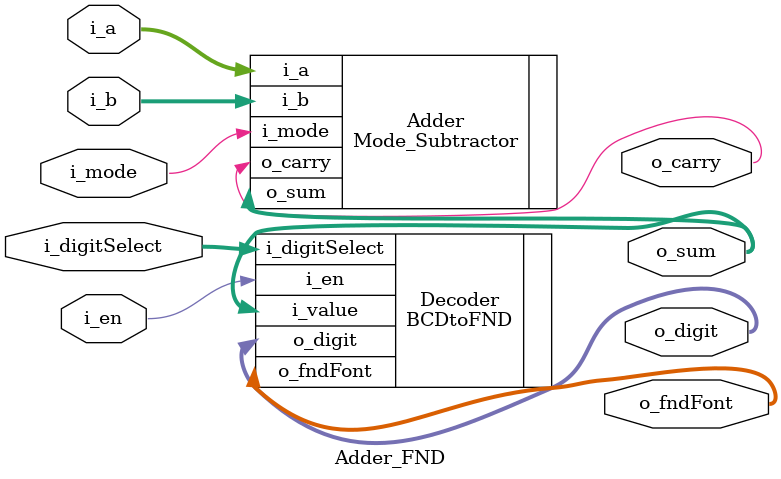
<source format=v>
`timescale 1ns / 1ps


module Adder_FND(
    input [1:0] i_digitSelect,
    input i_en,

    input [3:0] i_a, i_b, //i_a[3], i_a[2], i_a[1], i_a[0]
    input i_mode, //mode

    output [3:0] o_digit,
    output [7:0] o_fndFont,

    output [3:0] o_sum,
    output o_carry
    );

    
    BCDtoFND Decoder(
    .i_digitSelect(i_digitSelect),
    .i_value(o_sum),
    .i_en(i_en),

    .o_digit(o_digit),
    .o_fndFont(o_fndFont)
    );
    
   Mode_Subtractor Adder(
   .i_a(i_a), 
   .i_b(i_b), //i_a[3], i_a[2], i_a[1], i_a[0]
   .i_mode(i_mode), //mode
   .o_sum(o_sum),
   .o_carry(o_carry)
   );
endmodule




</source>
